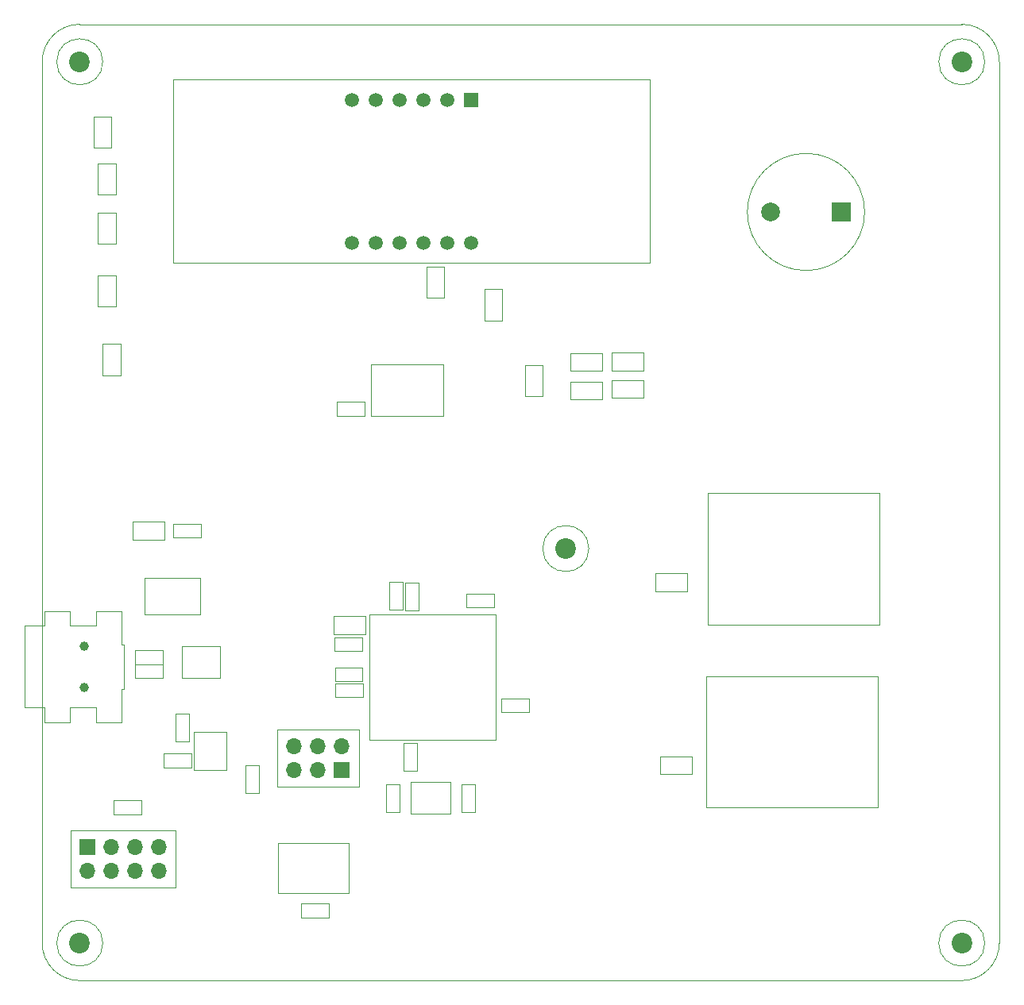
<source format=gbr>
%TF.GenerationSoftware,KiCad,Pcbnew,(7.0.0)*%
%TF.CreationDate,2023-04-20T13:59:00-06:00*%
%TF.ProjectId,Phase_B_ATMEGA_v3,50686173-655f-4425-9f41-544d4547415f,rev?*%
%TF.SameCoordinates,Original*%
%TF.FileFunction,Soldermask,Bot*%
%TF.FilePolarity,Negative*%
%FSLAX46Y46*%
G04 Gerber Fmt 4.6, Leading zero omitted, Abs format (unit mm)*
G04 Created by KiCad (PCBNEW (7.0.0)) date 2023-04-20 13:59:00*
%MOMM*%
%LPD*%
G01*
G04 APERTURE LIST*
%ADD10R,2.000000X2.000000*%
%ADD11C,2.000000*%
%ADD12C,2.200000*%
%ADD13R,1.700000X1.700000*%
%ADD14O,1.700000X1.700000*%
%ADD15R,1.500000X1.500000*%
%ADD16C,1.500000*%
%ADD17C,1.000000*%
%TA.AperFunction,Profile*%
%ADD18C,0.100000*%
%TD*%
%ADD19C,0.050000*%
%ADD20C,0.100000*%
G04 APERTURE END LIST*
D10*
%TO.C,LS1*%
X183299999Y-66499999D03*
D11*
X175700000Y-66500000D03*
%TD*%
D12*
%TO.C,H5*%
X153900000Y-102400000D03*
%TD*%
D13*
%TO.C,J3*%
X102919999Y-134209999D03*
D14*
X102919999Y-136749999D03*
X105459999Y-134209999D03*
X105459999Y-136749999D03*
X107999999Y-134209999D03*
X107999999Y-136749999D03*
X110539999Y-134209999D03*
X110539999Y-136749999D03*
%TD*%
D13*
%TO.C,J1*%
X130039999Y-126039999D03*
D14*
X130039999Y-123499999D03*
X127499999Y-126039999D03*
X127499999Y-123499999D03*
X124959999Y-126039999D03*
X124959999Y-123499999D03*
%TD*%
D15*
%TO.C,U1*%
X143849999Y-54522499D03*
D16*
X141310000Y-54522500D03*
X138770000Y-54522500D03*
X136230000Y-54522500D03*
X133690000Y-54522500D03*
X131150000Y-54522500D03*
X131150000Y-69762500D03*
X133690000Y-69762500D03*
X136230000Y-69762500D03*
X138770000Y-69762500D03*
X141310000Y-69762500D03*
X143850000Y-69762500D03*
%TD*%
D12*
%TO.C,H3*%
X102100000Y-144480000D03*
%TD*%
%TO.C,H2*%
X196100000Y-50480000D03*
%TD*%
%TO.C,H4*%
X196100000Y-144480000D03*
%TD*%
D17*
%TO.C,J2*%
X102575000Y-112800000D03*
X102575000Y-117200000D03*
%TD*%
D12*
%TO.C,H1*%
X102100000Y-50480000D03*
%TD*%
D18*
X200100000Y-50480000D02*
G75*
G03*
X196100000Y-46480000I-4000000J0D01*
G01*
X102100000Y-46480000D02*
G75*
G03*
X98100000Y-50480000I0J-4000000D01*
G01*
X98100000Y-144480000D02*
X98100000Y-50480000D01*
X98100000Y-144480000D02*
G75*
G03*
X102100000Y-148480000I4000000J0D01*
G01*
X102100000Y-46480000D02*
X196100000Y-46480000D01*
X196100000Y-148480000D02*
G75*
G03*
X200100000Y-144480000I0J4000000D01*
G01*
X200100000Y-144480000D02*
X200100000Y-50480000D01*
X102100000Y-148480000D02*
X196100000Y-148480000D01*
D19*
%TO.C,LS1*%
X185750000Y-66500000D02*
G75*
G03*
X185750000Y-66500000I-6250000J0D01*
G01*
%TO.C,H5*%
X156350000Y-102400000D02*
G75*
G03*
X156350000Y-102400000I-2450000J0D01*
G01*
%TO.C,R14*%
X108020000Y-114770000D02*
X110980000Y-114770000D01*
X108020000Y-116230000D02*
X108020000Y-114770000D01*
X110980000Y-114770000D02*
X110980000Y-116230000D01*
X110980000Y-116230000D02*
X108020000Y-116230000D01*
%TO.C,R13*%
X128655000Y-141730000D02*
X125695000Y-141730000D01*
X128655000Y-140270000D02*
X128655000Y-141730000D01*
X125695000Y-141730000D02*
X125695000Y-140270000D01*
X125695000Y-140270000D02*
X128655000Y-140270000D01*
%TO.C,D3*%
X107757500Y-99550000D02*
X111117500Y-99550000D01*
X107757500Y-101450000D02*
X107757500Y-99550000D01*
X111117500Y-99550000D02*
X111117500Y-101450000D01*
X111117500Y-101450000D02*
X107757500Y-101450000D01*
%TO.C,R12*%
X104050000Y-69930000D02*
X104050000Y-66570000D01*
X105950000Y-69930000D02*
X104050000Y-69930000D01*
X104050000Y-66570000D02*
X105950000Y-66570000D01*
X105950000Y-66570000D02*
X105950000Y-69930000D01*
%TO.C,D1*%
X154382500Y-81550000D02*
X157742500Y-81550000D01*
X154382500Y-83450000D02*
X154382500Y-81550000D01*
X157742500Y-81550000D02*
X157742500Y-83450000D01*
X157742500Y-83450000D02*
X154382500Y-83450000D01*
%TO.C,C2*%
X142770000Y-130480000D02*
X142770000Y-127520000D01*
X144230000Y-130480000D02*
X142770000Y-130480000D01*
X142770000Y-127520000D02*
X144230000Y-127520000D01*
X144230000Y-127520000D02*
X144230000Y-130480000D01*
%TO.C,C10*%
X135070000Y-108900000D02*
X135070000Y-105940000D01*
X136530000Y-108900000D02*
X135070000Y-108900000D01*
X135070000Y-105940000D02*
X136530000Y-105940000D01*
X136530000Y-105940000D02*
X136530000Y-108900000D01*
%TO.C,C12*%
X136770000Y-108980000D02*
X136770000Y-106020000D01*
X138230000Y-108980000D02*
X136770000Y-108980000D01*
X136770000Y-106020000D02*
X138230000Y-106020000D01*
X138230000Y-106020000D02*
X138230000Y-108980000D01*
%TO.C,R4*%
X162152500Y-86355000D02*
X158792500Y-86355000D01*
X162152500Y-84455000D02*
X162152500Y-86355000D01*
X158792500Y-86355000D02*
X158792500Y-84455000D01*
X158792500Y-84455000D02*
X162152500Y-84455000D01*
D20*
%TO.C,S2*%
X187150000Y-130000000D02*
X168850000Y-130000000D01*
X187150000Y-130000000D02*
X168850000Y-130000000D01*
X187150000Y-116000000D02*
X187150000Y-130000000D01*
X187150000Y-116000000D02*
X187150000Y-130000000D01*
X168850000Y-130000000D02*
X168850000Y-116000000D01*
X168850000Y-130000000D02*
X168850000Y-116000000D01*
X168850000Y-116000000D02*
X187150000Y-116000000D01*
X168850000Y-116000000D02*
X187150000Y-116000000D01*
D19*
%TO.C,R16*%
X114980000Y-101230000D02*
X112020000Y-101230000D01*
X114980000Y-99770000D02*
X114980000Y-101230000D01*
X112020000Y-101230000D02*
X112020000Y-99770000D01*
X112020000Y-99770000D02*
X114980000Y-99770000D01*
%TO.C,R7*%
X104050000Y-64680000D02*
X104050000Y-61320000D01*
X105950000Y-64680000D02*
X104050000Y-64680000D01*
X104050000Y-61320000D02*
X105950000Y-61320000D01*
X105950000Y-61320000D02*
X105950000Y-64680000D01*
%TO.C,C8*%
X132550000Y-111580000D02*
X129150000Y-111580000D01*
X132550000Y-109620000D02*
X132550000Y-111580000D01*
X129150000Y-111580000D02*
X129150000Y-109620000D01*
X129150000Y-109620000D02*
X132550000Y-109620000D01*
%TO.C,U3*%
X133000000Y-109400000D02*
X133000000Y-122800000D01*
X133000000Y-109400000D02*
X146400000Y-109400000D01*
X133000000Y-122800000D02*
X146400000Y-122800000D01*
X146400000Y-109400000D02*
X146400000Y-122800000D01*
D20*
%TO.C,S1*%
X187300000Y-110500000D02*
X169000000Y-110500000D01*
X187300000Y-110500000D02*
X169000000Y-110500000D01*
X187300000Y-96500000D02*
X187300000Y-110500000D01*
X187300000Y-96500000D02*
X187300000Y-110500000D01*
X169000000Y-110500000D02*
X169000000Y-96500000D01*
X169000000Y-110500000D02*
X169000000Y-96500000D01*
X169000000Y-96500000D02*
X187300000Y-96500000D01*
X169000000Y-96500000D02*
X187300000Y-96500000D01*
D19*
%TO.C,C11*%
X143320000Y-107190000D02*
X146280000Y-107190000D01*
X143320000Y-108650000D02*
X143320000Y-107190000D01*
X146280000Y-107190000D02*
X146280000Y-108650000D01*
X146280000Y-108650000D02*
X143320000Y-108650000D01*
%TO.C,C5*%
X132180000Y-113330000D02*
X129220000Y-113330000D01*
X132180000Y-111870000D02*
X132180000Y-113330000D01*
X129220000Y-113330000D02*
X129220000Y-111870000D01*
X129220000Y-111870000D02*
X132180000Y-111870000D01*
%TO.C,U2*%
X140850000Y-88250000D02*
X140850000Y-82750000D01*
X140850000Y-82750000D02*
X133150000Y-82750000D01*
X133150000Y-88250000D02*
X140850000Y-88250000D01*
X133150000Y-82750000D02*
X133150000Y-88250000D01*
%TO.C,J3*%
X101120000Y-138550000D02*
X101120000Y-132450000D01*
X112320000Y-138550000D02*
X101120000Y-138550000D01*
X101120000Y-132450000D02*
X112320000Y-132450000D01*
X112320000Y-132450000D02*
X112320000Y-138550000D01*
%TO.C,C3*%
X134770000Y-130480000D02*
X134770000Y-127520000D01*
X136230000Y-130480000D02*
X134770000Y-130480000D01*
X134770000Y-127520000D02*
X136230000Y-127520000D01*
X136230000Y-127520000D02*
X136230000Y-130480000D01*
%TO.C,C7*%
X146995000Y-118370000D02*
X149955000Y-118370000D01*
X146995000Y-119830000D02*
X146995000Y-118370000D01*
X149955000Y-118370000D02*
X149955000Y-119830000D01*
X149955000Y-119830000D02*
X146995000Y-119830000D01*
%TO.C,F1*%
X109050000Y-105550000D02*
X114950000Y-105550000D01*
X109050000Y-109450000D02*
X109050000Y-105550000D01*
X114950000Y-105550000D02*
X114950000Y-109450000D01*
X114950000Y-109450000D02*
X109050000Y-109450000D01*
%TO.C,J1*%
X131840000Y-121700000D02*
X131840000Y-127800000D01*
X123190000Y-121700000D02*
X131840000Y-121700000D01*
X131840000Y-127800000D02*
X123190000Y-127800000D01*
X123190000Y-127800000D02*
X123190000Y-121700000D01*
%TO.C,C14*%
X121230000Y-125520000D02*
X121230000Y-128480000D01*
X119770000Y-125520000D02*
X121230000Y-125520000D01*
X121230000Y-128480000D02*
X119770000Y-128480000D01*
X119770000Y-128480000D02*
X119770000Y-125520000D01*
%TO.C,U1*%
X162900000Y-52392500D02*
X162900000Y-71892500D01*
X112100000Y-52392500D02*
X162900000Y-52392500D01*
X162900000Y-71892500D02*
X112100000Y-71892500D01*
X112100000Y-71892500D02*
X112100000Y-52392500D01*
%TO.C,D2*%
X154382500Y-84590000D02*
X157742500Y-84590000D01*
X154382500Y-86490000D02*
X154382500Y-84590000D01*
X157742500Y-84590000D02*
X157742500Y-86490000D01*
X157742500Y-86490000D02*
X154382500Y-86490000D01*
%TO.C,Y1*%
X141600000Y-130700000D02*
X141600000Y-127300000D01*
X141600000Y-127300000D02*
X137400000Y-127300000D01*
X137400000Y-130700000D02*
X141600000Y-130700000D01*
X137400000Y-127300000D02*
X137400000Y-130700000D01*
%TO.C,R15*%
X108020000Y-113270000D02*
X110980000Y-113270000D01*
X108020000Y-114730000D02*
X108020000Y-113270000D01*
X110980000Y-113270000D02*
X110980000Y-114730000D01*
X110980000Y-114730000D02*
X108020000Y-114730000D01*
%TO.C,R5*%
X145250000Y-78080000D02*
X145250000Y-74720000D01*
X147150000Y-78080000D02*
X145250000Y-78080000D01*
X145250000Y-74720000D02*
X147150000Y-74720000D01*
X147150000Y-74720000D02*
X147150000Y-78080000D01*
%TO.C,U4*%
X112950000Y-112800000D02*
X112950000Y-116200000D01*
X112950000Y-116200000D02*
X117050000Y-116200000D01*
X117050000Y-112800000D02*
X112950000Y-112800000D01*
X117050000Y-116200000D02*
X117050000Y-112800000D01*
%TO.C,C1*%
X132480000Y-88230000D02*
X129520000Y-88230000D01*
X132480000Y-86770000D02*
X132480000Y-88230000D01*
X129520000Y-88230000D02*
X129520000Y-86770000D01*
X129520000Y-86770000D02*
X132480000Y-86770000D01*
%TO.C,C15*%
X113980000Y-125730000D02*
X111020000Y-125730000D01*
X113980000Y-124270000D02*
X113980000Y-125730000D01*
X111020000Y-125730000D02*
X111020000Y-124270000D01*
X111020000Y-124270000D02*
X113980000Y-124270000D01*
%TO.C,R8*%
X104050000Y-76592500D02*
X104050000Y-73232500D01*
X105950000Y-76592500D02*
X104050000Y-76592500D01*
X104050000Y-73232500D02*
X105950000Y-73232500D01*
X105950000Y-73232500D02*
X105950000Y-76592500D01*
%TO.C,H3*%
X104550000Y-144480000D02*
G75*
G03*
X104550000Y-144480000I-2450000J0D01*
G01*
%TO.C,R1*%
X166830000Y-106950000D02*
X163470000Y-106950000D01*
X166830000Y-105050000D02*
X166830000Y-106950000D01*
X163470000Y-106950000D02*
X163470000Y-105050000D01*
X163470000Y-105050000D02*
X166830000Y-105050000D01*
%TO.C,C13*%
X112270000Y-122980000D02*
X112270000Y-120020000D01*
X113730000Y-122980000D02*
X112270000Y-122980000D01*
X112270000Y-120020000D02*
X113730000Y-120020000D01*
X113730000Y-120020000D02*
X113730000Y-122980000D01*
%TO.C,R3*%
X162152500Y-83405000D02*
X158792500Y-83405000D01*
X162152500Y-81505000D02*
X162152500Y-83405000D01*
X158792500Y-83405000D02*
X158792500Y-81505000D01*
X158792500Y-81505000D02*
X162152500Y-81505000D01*
%TO.C,U5*%
X117700000Y-121950000D02*
X114300000Y-121950000D01*
X114300000Y-121950000D02*
X114300000Y-126050000D01*
X117700000Y-126050000D02*
X117700000Y-121950000D01*
X114300000Y-126050000D02*
X117700000Y-126050000D01*
%TO.C,R11*%
X103550000Y-59680000D02*
X103550000Y-56320000D01*
X105450000Y-59680000D02*
X103550000Y-59680000D01*
X103550000Y-56320000D02*
X105450000Y-56320000D01*
X105450000Y-56320000D02*
X105450000Y-59680000D01*
%TO.C,H2*%
X198550000Y-50480000D02*
G75*
G03*
X198550000Y-50480000I-2450000J0D01*
G01*
%TO.C,C9*%
X132248330Y-116525791D02*
X129288330Y-116525791D01*
X132248330Y-115065791D02*
X132248330Y-116525791D01*
X129288330Y-116525791D02*
X129288330Y-115065791D01*
X129288330Y-115065791D02*
X132248330Y-115065791D01*
%TO.C,H4*%
X198550000Y-144480000D02*
G75*
G03*
X198550000Y-144480000I-2450000J0D01*
G01*
%TO.C,R10*%
X139050000Y-75680000D02*
X139050000Y-72320000D01*
X140950000Y-75680000D02*
X139050000Y-75680000D01*
X139050000Y-72320000D02*
X140950000Y-72320000D01*
X140950000Y-72320000D02*
X140950000Y-75680000D01*
%TO.C,J2*%
X106525000Y-109050000D02*
X103825000Y-109050000D01*
X106525000Y-109050000D02*
X106525000Y-112650000D01*
X101075000Y-109050000D02*
X98375000Y-109050000D01*
X103825000Y-110650000D02*
X103825000Y-109050000D01*
X103825000Y-110650000D02*
X101075000Y-110650000D01*
X101075000Y-110650000D02*
X101075000Y-109050000D01*
X98375000Y-110650000D02*
X98375000Y-109050000D01*
X96225000Y-110650000D02*
X98375000Y-110650000D01*
X96225000Y-110650000D02*
X96225000Y-119350000D01*
X106525000Y-112650000D02*
X106775000Y-112650000D01*
X106775000Y-117350000D02*
X106775000Y-112650000D01*
X106525000Y-117350000D02*
X106775000Y-117350000D01*
X103825000Y-119350000D02*
X101075000Y-119350000D01*
X103825000Y-119350000D02*
X103825000Y-120950000D01*
X101075000Y-119350000D02*
X101075000Y-120950000D01*
X98375000Y-119350000D02*
X98375000Y-120950000D01*
X96225000Y-119350000D02*
X98375000Y-119350000D01*
X106525000Y-120950000D02*
X106525000Y-117350000D01*
X106525000Y-120950000D02*
X103825000Y-120950000D01*
X101075000Y-120950000D02*
X98375000Y-120950000D01*
%TO.C,R6*%
X149550000Y-86180000D02*
X149550000Y-82820000D01*
X151450000Y-86180000D02*
X149550000Y-86180000D01*
X149550000Y-82820000D02*
X151450000Y-82820000D01*
X151450000Y-82820000D02*
X151450000Y-86180000D01*
%TO.C,R17*%
X108655000Y-130730000D02*
X105695000Y-130730000D01*
X108655000Y-129270000D02*
X108655000Y-130730000D01*
X105695000Y-130730000D02*
X105695000Y-129270000D01*
X105695000Y-129270000D02*
X108655000Y-129270000D01*
%TO.C,S3*%
X123250000Y-133850000D02*
X130750000Y-133850000D01*
X123250000Y-139150000D02*
X123250000Y-133850000D01*
X130750000Y-133850000D02*
X130750000Y-139150000D01*
X130750000Y-139150000D02*
X123250000Y-139150000D01*
%TO.C,C6*%
X132280000Y-118230000D02*
X129320000Y-118230000D01*
X132280000Y-116770000D02*
X132280000Y-118230000D01*
X129320000Y-118230000D02*
X129320000Y-116770000D01*
X129320000Y-116770000D02*
X132280000Y-116770000D01*
%TO.C,C4*%
X138030000Y-123165000D02*
X138030000Y-126125000D01*
X136570000Y-123165000D02*
X138030000Y-123165000D01*
X138030000Y-126125000D02*
X136570000Y-126125000D01*
X136570000Y-126125000D02*
X136570000Y-123165000D01*
%TO.C,R2*%
X167330000Y-126450000D02*
X163970000Y-126450000D01*
X167330000Y-124550000D02*
X167330000Y-126450000D01*
X163970000Y-126450000D02*
X163970000Y-124550000D01*
X163970000Y-124550000D02*
X167330000Y-124550000D01*
%TO.C,R9*%
X104550000Y-83930000D02*
X104550000Y-80570000D01*
X106450000Y-83930000D02*
X104550000Y-83930000D01*
X104550000Y-80570000D02*
X106450000Y-80570000D01*
X106450000Y-80570000D02*
X106450000Y-83930000D01*
%TO.C,H1*%
X104550000Y-50480000D02*
G75*
G03*
X104550000Y-50480000I-2450000J0D01*
G01*
%TD*%
M02*

</source>
